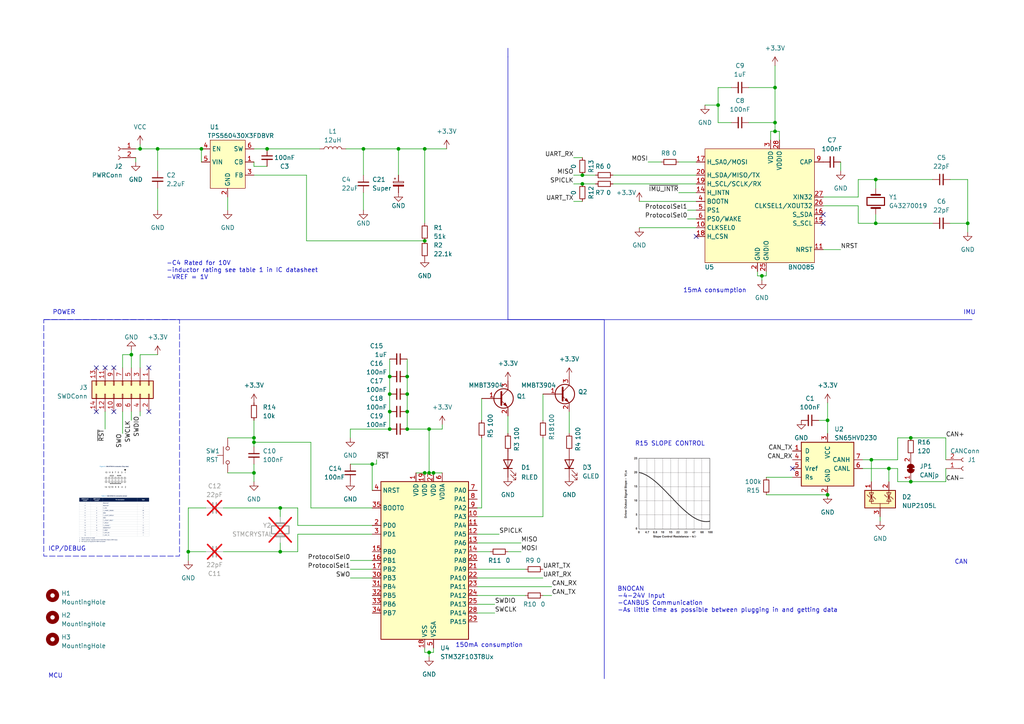
<source format=kicad_sch>
(kicad_sch (version 20230121) (generator eeschema)
  (paper "A4")
  (lib_symbols
    (symbol "Connector:Conn_01x02_Socket" (pin_names (offset 1.016) hide)
      (property "Reference" "J" (at 0 2.54 0))
      (property "Value" "Conn_01x02_Socket" (at 0 -5.08 0))
      (symbol "Conn_01x02_Socket_1_1"
        (arc (start 0 -2.032) (mid -0.5058 -2.54) (end 0 -3.048) (stroke (width 0.1524)))
        (polyline (pts (xy -1.27 -2.54) (xy -0.508 -2.54)) (stroke (width 0.1524)))
        (polyline (pts (xy -1.27 0) (xy -0.508 0)) (stroke (width 0.1524)))
        (arc (start 0 0.508) (mid -0.5058 0) (end 0 -0.508) (stroke (width 0.1524)))
        (pin passive line (at -5.08 0 0) (length 3.81) (name "Pin_1") (number "1"))
        (pin passive line (at -5.08 -2.54 0) (length 3.81) (name "Pin_2") (number "2"))
      )
    )
    (symbol "Connector_Generic:Conn_02x07_Odd_Even" (pin_names (offset 1.016) hide)
      (property "Reference" "J" (at 1.27 10.16 0))
      (property "Value" "Conn_02x07_Odd_Even" (at 1.27 -10.16 0))
      (symbol "Conn_02x07_Odd_Even_1_1"
        (rectangle (start -1.27 -7.493) (end 0 -7.747) (stroke (width 0.1524)))
        (rectangle (start -1.27 -4.953) (end 0 -5.207) (stroke (width 0.1524)))
        (rectangle (start -1.27 -2.413) (end 0 -2.667) (stroke (width 0.1524)))
        (rectangle (start -1.27 0.127) (end 0 -0.127) (stroke (width 0.1524)))
        (rectangle (start -1.27 2.667) (end 0 2.413) (stroke (width 0.1524)))
        (rectangle (start -1.27 5.207) (end 0 4.953) (stroke (width 0.1524)))
        (rectangle (start -1.27 7.747) (end 0 7.493) (stroke (width 0.1524)))
        (rectangle (start -1.27 8.89) (end 3.81 -8.89) (stroke (width 0.254)) (fill (type background)))
        (rectangle (start 3.81 -7.493) (end 2.54 -7.747) (stroke (width 0.1524)))
        (rectangle (start 3.81 -4.953) (end 2.54 -5.207) (stroke (width 0.1524)))
        (rectangle (start 3.81 -2.413) (end 2.54 -2.667) (stroke (width 0.1524)))
        (rectangle (start 3.81 0.127) (end 2.54 -0.127) (stroke (width 0.1524)))
        (rectangle (start 3.81 2.667) (end 2.54 2.413) (stroke (width 0.1524)))
        (rectangle (start 3.81 5.207) (end 2.54 4.953) (stroke (width 0.1524)))
        (rectangle (start 3.81 7.747) (end 2.54 7.493) (stroke (width 0.1524)))
        (pin passive line (at -5.08 7.62 0) (length 3.81) (name "Pin_1") (number "1"))
        (pin passive line (at 7.62 -2.54 180) (length 3.81) (name "Pin_10") (number "10"))
        (pin passive line (at -5.08 -5.08 0) (length 3.81) (name "Pin_11") (number "11"))
        (pin passive line (at 7.62 -5.08 180) (length 3.81) (name "Pin_12") (number "12"))
        (pin passive line (at -5.08 -7.62 0) (length 3.81) (name "Pin_13") (number "13"))
        (pin passive line (at 7.62 -7.62 180) (length 3.81) (name "Pin_14") (number "14"))
        (pin passive line (at 7.62 7.62 180) (length 3.81) (name "Pin_2") (number "2"))
        (pin passive line (at -5.08 5.08 0) (length 3.81) (name "Pin_3") (number "3"))
        (pin passive line (at 7.62 5.08 180) (length 3.81) (name "Pin_4") (number "4"))
        (pin passive line (at -5.08 2.54 0) (length 3.81) (name "Pin_5") (number "5"))
        (pin passive line (at 7.62 2.54 180) (length 3.81) (name "Pin_6") (number "6"))
        (pin passive line (at -5.08 0 0) (length 3.81) (name "Pin_7") (number "7"))
        (pin passive line (at 7.62 0 180) (length 3.81) (name "Pin_8") (number "8"))
        (pin passive line (at -5.08 -2.54 0) (length 3.81) (name "Pin_9") (number "9"))
      )
    )
    (symbol "Device:C_Polarized_Small" (pin_numbers hide) (pin_names (offset 0.254) hide)
      (property "Reference" "C" (at 0.254 1.778 0))
      (property "Value" "C_Polarized_Small" (at 0.254 -2.032 0))
      (symbol "C_Polarized_Small_0_1"
        (rectangle (start -1.524 -0.3048) (end 1.524 -0.6858) (fill (type outline)))
        (rectangle (start -1.524 0.6858) (end 1.524 0.3048))
        (polyline (pts (xy -1.27 1.524) (xy -0.762 1.524)))
        (polyline (pts (xy -1.016 1.27) (xy -1.016 1.778)))
      )
      (symbol "C_Polarized_Small_1_1"
        (pin passive line (at 0 2.54 270) (length 1.8542) (name "~") (number "1"))
        (pin passive line (at 0 -2.54 90) (length 1.8542) (name "~") (number "2"))
      )
    )
    (symbol "Device:C_Small" (pin_numbers hide) (pin_names (offset 0.254) hide)
      (property "Reference" "C" (at 0.254 1.778 0))
      (property "Value" "C_Small" (at 0.254 -2.032 0))
      (symbol "C_Small_0_1"
        (polyline (pts (xy -1.524 -0.508) (xy 1.524 -0.508)) (stroke (width 0.3302)))
        (polyline (pts (xy -1.524 0.508) (xy 1.524 0.508)) (stroke (width 0.3048)))
      )
      (symbol "C_Small_1_1"
        (pin passive line (at 0 2.54 270) (length 2.032) (name "~") (number "1"))
        (pin passive line (at 0 -2.54 90) (length 2.032) (name "~") (number "2"))
      )
    )
    (symbol "Device:Crystal" (pin_numbers hide) (pin_names (offset 1.016) hide)
      (property "Reference" "Y" (at 0 3.81 0))
      (property "Value" "Crystal" (at 0 -3.81 0))
      (symbol "Crystal_0_1"
        (rectangle (start -1.143 2.54) (end 1.143 -2.54) (stroke (width 0.3048)))
        (polyline (pts (xy -2.54 0) (xy -1.905 0)))
        (polyline (pts (xy -1.905 -1.27) (xy -1.905 1.27)) (stroke (width 0.508)))
        (polyline (pts (xy 1.905 -1.27) (xy 1.905 1.27)) (stroke (width 0.508)))
        (polyline (pts (xy 2.54 0) (xy 1.905 0)))
      )
      (symbol "Crystal_1_1"
        (pin passive line (at -3.81 0 0) (length 1.27) (name "1") (number "1"))
        (pin passive line (at 3.81 0 180) (length 1.27) (name "2") (number "2"))
      )
    )
    (symbol "Device:L" (pin_numbers hide) (pin_names (offset 1.016) hide)
      (property "Reference" "L" (at -1.27 0 90))
      (property "Value" "L" (at 1.905 0 90))
      (symbol "L_0_1"
        (arc (start 0 -2.54) (mid 0.6323 -1.905) (end 0 -1.27))
        (arc (start 0 -1.27) (mid 0.6323 -0.635) (end 0 0))
        (arc (start 0 0) (mid 0.6323 0.635) (end 0 1.27))
        (arc (start 0 1.27) (mid 0.6323 1.905) (end 0 2.54))
      )
      (symbol "L_1_1"
        (pin passive line (at 0 3.81 270) (length 1.27) (name "1") (number "1"))
        (pin passive line (at 0 -3.81 90) (length 1.27) (name "2") (number "2"))
      )
    )
    (symbol "Device:LED" (pin_numbers hide) (pin_names (offset 1.016) hide)
      (property "Reference" "D" (at 0 2.54 0))
      (property "Value" "LED" (at 0 -2.54 0))
      (symbol "LED_0_1"
        (polyline (pts (xy -1.27 -1.27) (xy -1.27 1.27)) (stroke (width 0.254)))
        (polyline (pts (xy -1.27 0) (xy 1.27 0)))
        (polyline (pts (xy 1.27 -1.27) (xy 1.27 1.27) (xy -1.27 0) (xy 1.27 -1.27)) (stroke (width 0.254)))
        (polyline (pts (xy -3.048 -0.762) (xy -4.572 -2.286) (xy -3.81 -2.286) (xy -4.572 -2.286) (xy -4.572 -1.524)))
        (polyline (pts (xy -1.778 -0.762) (xy -3.302 -2.286) (xy -2.54 -2.286) (xy -3.302 -2.286) (xy -3.302 -1.524)))
      )
      (symbol "LED_1_1"
        (pin passive line (at -3.81 0 0) (length 2.54) (name "K") (number "1"))
        (pin passive line (at 3.81 0 180) (length 2.54) (name "A") (number "2"))
      )
    )
    (symbol "Device:R_Small" (pin_numbers hide) (pin_names (offset 0.254) hide)
      (property "Reference" "R" (at 0.762 0.508 0))
      (property "Value" "R_Small" (at 0.762 -1.016 0))
      (symbol "R_Small_0_1"
        (rectangle (start -0.762 1.778) (end 0.762 -1.778) (stroke (width 0.2032)))
      )
      (symbol "R_Small_1_1"
        (pin passive line (at 0 2.54 270) (length 0.762) (name "~") (number "1"))
        (pin passive line (at 0 -2.54 90) (length 0.762) (name "~") (number "2"))
      )
    )
    (symbol "Imports:BNO085"
      (property "Reference" "U5" (at -6.35 -34.29 0))
      (property "Value" "BNO085" (at 20.32 -34.29 0))
      (symbol "BNO085_1_1"
        (rectangle (start -7.62 0) (end 24.13 -33.02) (fill (type background)))
        (pin input line (at -10.16 -22.86 0) (length 2.54) (name "CLKSEL0") (number "10"))
        (pin input line (at 26.67 -29.21 180) (length 2.54) (name "NRST") (number "11"))
        (pin input line (at -10.16 -12.7 0) (length 2.54) (name "H_INTN") (number "14"))
        (pin input line (at 26.67 -21.59 180) (length 2.54) (name "S_SCL") (number "15"))
        (pin input line (at 26.67 -19.05 180) (length 2.54) (name "S_SDA") (number "16"))
        (pin input line (at -10.16 -3.81 0) (length 2.54) (name "H_SA0/MOSI") (number "17"))
        (pin input line (at -10.16 -25.4 0) (length 2.54) (name "H_CSN") (number "18"))
        (pin input line (at -10.16 -10.16 0) (length 2.54) (name "H_SCL/SCLK/RX") (number "19"))
        (pin input line (at 7.62 -35.56 90) (length 2.54) (name "GND") (number "2"))
        (pin input line (at -10.16 -7.62 0) (length 2.54) (name "H_SDA/MISO/TX") (number "20"))
        (pin input line (at 10.16 -35.56 90) (length 2.54) (name "GNDIO") (number "25"))
        (pin input line (at 26.67 -16.51 180) (length 2.54) (name "CLKSEL1/XOUT32") (number "26"))
        (pin input line (at 26.67 -13.97 180) (length 2.54) (name "XIN32") (number "27"))
        (pin input line (at 13.97 2.54 270) (length 2.54) (name "VDDIO") (number "28"))
        (pin input line (at 11.43 2.54 270) (length 2.54) (name "VDD") (number "3"))
        (pin input line (at -10.16 -15.24 0) (length 2.54) (name "BOOTN") (number "4"))
        (pin input line (at -10.16 -17.78 0) (length 2.54) (name "PS1") (number "5"))
        (pin input line (at -10.16 -20.32 0) (length 2.54) (name "PS0/WAKE") (number "6"))
        (pin input line (at 26.67 -3.81 180) (length 2.54) (name "CAP") (number "9"))
      )
    )
    (symbol "Imports:TPS560430X3FDBVR"
      (property "Reference" "U" (at -3.81 5.08 0))
      (symbol "TPS560430X3FDBVR_1_1"
        (rectangle (start -5.08 3.81) (end 5.08 -10.16) (fill (type background)))
        (pin input line (at 7.62 -2.54 180) (length 2.54) (name "CB") (number "1"))
        (pin input line (at 0 -12.7 90) (length 2.54) (name "GND") (number "2"))
        (pin input line (at 7.62 -6.35 180) (length 2.54) (name "FB") (number "3"))
        (pin input line (at -7.62 1.27 0) (length 2.54) (name "EN") (number "4"))
        (pin input line (at -7.62 -2.54 0) (length 2.54) (name "VIN") (number "5"))
        (pin input line (at 7.62 1.27 180) (length 2.54) (name "SW") (number "6"))
      )
    )
    (symbol "Interface_CAN_LIN:SN65HVD230" (pin_names (offset 1.016))
      (property "Reference" "U" (at -2.54 10.16 0))
      (property "Value" "SN65HVD230" (at -2.54 7.62 0))
      (symbol "SN65HVD230_0_1"
        (rectangle (start -7.62 5.08) (end 7.62 -7.62) (stroke (width 0.254)) (fill (type background)))
      )
      (symbol "SN65HVD230_1_1"
        (pin input line (at -10.16 2.54 0) (length 2.54) (name "D") (number "1"))
        (pin power_in line (at 0 -10.16 90) (length 2.54) (name "GND") (number "2"))
        (pin power_in line (at 0 7.62 270) (length 2.54) (name "VCC") (number "3"))
        (pin output line (at -10.16 0 0) (length 2.54) (name "R") (number "4"))
        (pin output line (at -10.16 -2.54 0) (length 2.54) (name "Vref") (number "5"))
        (pin bidirectional line (at 10.16 -2.54 180) (length 2.54) (name "CANL") (number "6"))
        (pin bidirectional line (at 10.16 0 180) (length 2.54) (name "CANH") (number "7"))
        (pin input line (at -10.16 -5.08 0) (length 2.54) (name "Rs") (number "8"))
      )
    )
    (symbol "Jumper:SolderJumper_2_Bridged" (pin_names (offset 0) hide)
      (property "Reference" "JP" (at 0 2.032 0))
      (property "Value" "SolderJumper_2_Bridged" (at 0 -2.54 0))
      (symbol "SolderJumper_2_Bridged_0_1"
        (rectangle (start -0.508 0.508) (end 0.508 -0.508) (fill (type outline)))
        (arc (start -0.254 1.016) (mid -1.2656 0) (end -0.254 -1.016))
        (arc (start -0.254 1.016) (mid -1.2656 0) (end -0.254 -1.016) (fill (type outline)))
        (polyline (pts (xy -0.254 1.016) (xy -0.254 -1.016)))
        (polyline (pts (xy 0.254 1.016) (xy 0.254 -1.016)))
        (arc (start 0.254 -1.016) (mid 1.2656 0) (end 0.254 1.016))
        (arc (start 0.254 -1.016) (mid 1.2656 0) (end 0.254 1.016) (fill (type outline)))
      )
      (symbol "SolderJumper_2_Bridged_1_1"
        (pin passive line (at -3.81 0 0) (length 2.54) (name "A") (number "1"))
        (pin passive line (at 3.81 0 180) (length 2.54) (name "B") (number "2"))
      )
    )
    (symbol "MCU_ST_STM32F1:STM32F103T8Ux"
      (property "Reference" "U" (at -12.7 24.13 0))
      (property "Value" "STM32F103T8Ux" (at 7.62 24.13 0))
      (symbol "STM32F103T8Ux_0_1"
        (rectangle (start -12.7 -22.86) (end 12.7 22.86) (stroke (width 0.254)) (fill (type background)))
      )
      (symbol "STM32F103T8Ux_1_1"
        (pin power_in line (at -2.54 25.4 270) (length 2.54) (name "VDD") (number "1"))
        (pin bidirectional line (at 15.24 12.7 180) (length 2.54) (name "PA3") (number "10"))
        (pin bidirectional line (at 15.24 10.16 180) (length 2.54) (name "PA4") (number "11"))
        (pin bidirectional line (at 15.24 7.62 180) (length 2.54) (name "PA5") (number "12"))
        (pin bidirectional line (at 15.24 5.08 180) (length 2.54) (name "PA6") (number "13"))
        (pin bidirectional line (at 15.24 2.54 180) (length 2.54) (name "PA7") (number "14"))
        (pin bidirectional line (at -15.24 2.54 0) (length 2.54) (name "PB0") (number "15"))
        (pin bidirectional line (at -15.24 0 0) (length 2.54) (name "PB1") (number "16"))
        (pin bidirectional line (at -15.24 -2.54 0) (length 2.54) (name "PB2") (number "17"))
        (pin power_in line (at 0 -25.4 90) (length 2.54) (name "VSS") (number "18"))
        (pin power_in line (at 0 25.4 270) (length 2.54) (name "VDD") (number "19"))
        (pin bidirectional line (at -15.24 10.16 0) (length 2.54) (name "PD0") (number "2"))
        (pin bidirectional line (at 15.24 0 180) (length 2.54) (name "PA8") (number "20"))
        (pin bidirectional line (at 15.24 -2.54 180) (length 2.54) (name "PA9") (number "21"))
        (pin bidirectional line (at 15.24 -5.08 180) (length 2.54) (name "PA10") (number "22"))
        (pin bidirectional line (at 15.24 -7.62 180) (length 2.54) (name "PA11") (number "23"))
        (pin bidirectional line (at 15.24 -10.16 180) (length 2.54) (name "PA12") (number "24"))
        (pin bidirectional line (at 15.24 -12.7 180) (length 2.54) (name "PA13") (number "25"))
        (pin passive line (at 0 -25.4 90) (length 2.54) hide (name "VSS") (number "26"))
        (pin power_in line (at 2.54 25.4 270) (length 2.54) (name "VDD") (number "27"))
        (pin bidirectional line (at 15.24 -15.24 180) (length 2.54) (name "PA14") (number "28"))
        (pin bidirectional line (at 15.24 -17.78 180) (length 2.54) (name "PA15") (number "29"))
        (pin bidirectional line (at -15.24 7.62 0) (length 2.54) (name "PD1") (number "3"))
        (pin bidirectional line (at -15.24 -5.08 0) (length 2.54) (name "PB3") (number "30"))
        (pin bidirectional line (at -15.24 -7.62 0) (length 2.54) (name "PB4") (number "31"))
        (pin bidirectional line (at -15.24 -10.16 0) (length 2.54) (name "PB5") (number "32"))
        (pin bidirectional line (at -15.24 -12.7 0) (length 2.54) (name "PB6") (number "33"))
        (pin bidirectional line (at -15.24 -15.24 0) (length 2.54) (name "PB7") (number "34"))
        (pin input line (at -15.24 15.24 0) (length 2.54) (name "BOOT0") (number "35"))
        (pin passive line (at 0 -25.4 90) (length 2.54) hide (name "VSS") (number "36"))
        (pin passive line (at 0 -25.4 90) (length 2.54) hide (name "VSS") (number "37"))
        (pin input line (at -15.24 20.32 0) (length 2.54) (name "NRST") (number "4"))
        (pin power_in line (at 2.54 -25.4 90) (length 2.54) (name "VSSA") (number "5"))
        (pin power_in line (at 5.08 25.4 270) (length 2.54) (name "VDDA") (number "6"))
        (pin bidirectional line (at 15.24 20.32 180) (length 2.54) (name "PA0") (number "7"))
        (pin bidirectional line (at 15.24 17.78 180) (length 2.54) (name "PA1") (number "8"))
        (pin bidirectional line (at 15.24 15.24 180) (length 2.54) (name "PA2") (number "9"))
      )
    )
    (symbol "Mechanical:MountingHole" (pin_names (offset 1.016))
      (property "Reference" "H" (at 0 5.08 0))
      (property "Value" "MountingHole" (at 0 3.175 0))
      (symbol "MountingHole_0_1"
        (circle (center 0 0) (radius 1.27) (stroke (width 1.27)))
      )
    )
    (symbol "Power_Protection:NUP2105L" (pin_names hide)
      (property "Reference" "D" (at 5.715 2.54 0))
      (property "Value" "NUP2105L" (at 5.715 0.635 0))
      (symbol "NUP2105L_0_0"
        (pin passive line (at 0 -5.08 90) (length 2.54) (name "A") (number "3"))
      )
      (symbol "NUP2105L_0_1"
        (rectangle (start -4.445 2.54) (end 4.445 -2.54) (stroke (width 0.254)) (fill (type background)))
        (polyline (pts (xy -2.54 2.54) (xy -2.54 0.635)))
        (polyline (pts (xy 0 -1.27) (xy 0 -2.54)))
        (polyline (pts (xy 2.54 2.54) (xy 2.54 0.635)))
        (polyline (pts (xy -3.81 1.27) (xy -3.175 0.635) (xy -1.905 0.635) (xy -1.27 0)))
        (polyline (pts (xy -2.54 0.635) (xy -2.54 -1.27) (xy 2.54 -1.27) (xy 2.54 0.635)))
        (polyline (pts (xy -2.54 0.635) (xy -1.905 -0.635) (xy -3.175 -0.635) (xy -2.54 0.635)))
        (polyline (pts (xy 2.54 0.635) (xy 1.905 -0.635) (xy 3.175 -0.635) (xy 2.54 0.635)))
        (polyline (pts (xy 2.54 0.635) (xy 3.175 1.905) (xy 1.905 1.905) (xy 2.54 0.635)))
        (polyline (pts (xy -2.54 0.635) (xy -3.175 1.905) (xy -1.905 1.905) (xy -2.54 0.635) (xy -2.54 1.27)))
        (polyline (pts (xy 1.27 1.27) (xy 1.905 0.635) (xy 2.54 0.635) (xy 3.175 0.635) (xy 3.81 0)))
      )
      (symbol "NUP2105L_1_1"
        (pin passive line (at -2.54 5.08 270) (length 2.54) (name "K") (number "1"))
        (pin passive line (at 2.54 5.08 270) (length 2.54) (name "K") (number "2"))
      )
    )
    (symbol "Switch:SW_Push" (pin_numbers hide) (pin_names (offset 1.016) hide)
      (property "Reference" "SW" (at 1.27 2.54 0))
      (property "Value" "SW_Push" (at 0 -1.524 0))
      (symbol "SW_Push_0_1"
        (circle (center -2.032 0) (radius 0.508))
        (polyline (pts (xy 0 1.27) (xy 0 3.048)))
        (polyline (pts (xy 2.54 1.27) (xy -2.54 1.27)))
        (circle (center 2.032 0) (radius 0.508))
        (pin passive line (at -5.08 0 0) (length 2.54) (name "1") (number "1"))
        (pin passive line (at 5.08 0 180) (length 2.54) (name "2") (number "2"))
      )
    )
    (symbol "Transistor_BJT:MMBT3904" (pin_names (offset 0) hide)
      (property "Reference" "Q" (at 5.08 1.905 0))
      (property "Value" "MMBT3904" (at 5.08 0 0))
      (symbol "MMBT3904_0_1"
        (polyline (pts (xy 0.635 0.635) (xy 2.54 2.54)))
        (polyline (pts (xy 0.635 -0.635) (xy 2.54 -2.54) (xy 2.54 -2.54)))
        (polyline (pts (xy 0.635 1.905) (xy 0.635 -1.905) (xy 0.635 -1.905)) (stroke (width 0.508)))
        (polyline (pts (xy 1.27 -1.778) (xy 1.778 -1.27) (xy 2.286 -2.286) (xy 1.27 -1.778) (xy 1.27 -1.778)) (fill (type outline)))
        (circle (center 1.27 0) (radius 2.8194) (stroke (width 0.254)))
      )
      (symbol "MMBT3904_1_1"
        (pin input line (at -5.08 0 0) (length 5.715) (name "B") (number "1"))
        (pin passive line (at 2.54 -5.08 90) (length 2.54) (name "E") (number "2"))
        (pin passive line (at 2.54 5.08 270) (length 2.54) (name "C") (number "3"))
      )
    )
    (symbol "power:+3.3V" (power) (pin_names (offset 0))
      (property "Value" "+3.3V" (at 0 3.556 0))
      (symbol "+3.3V_0_1"
        (polyline (pts (xy -0.762 1.27) (xy 0 2.54)))
        (polyline (pts (xy 0 0) (xy 0 2.54)))
        (polyline (pts (xy 0 2.54) (xy 0.762 1.27)))
      )
      (symbol "+3.3V_1_1"
        (pin power_in line (at 0 0 90) (length 0) hide (name "+3.3V") (number "1"))
      )
    )
    (symbol "power:GND" (power) (pin_names (offset 0))
      (property "Value" "GND" (at 0 -3.81 0))
      (symbol "GND_0_1"
        (polyline (pts (xy 0 0) (xy 0 -1.27) (xy 1.27 -1.27) (xy 0 -2.54) (xy -1.27 -1.27) (xy 0 -1.27)))
      )
      (symbol "GND_1_1"
        (pin power_in line (at 0 0 270) (length 0) hide (name "GND") (number "1"))
      )
    )
    (symbol "power:VCC" (power) (pin_names (offset 0))
      (property "Value" "VCC" (at 0 3.81 0))
      (symbol "VCC_0_1"
        (polyline (pts (xy -0.762 1.27) (xy 0 2.54)))
        (polyline (pts (xy 0 0) (xy 0 2.54)))
        (polyline (pts (xy 0 2.54) (xy 0.762 1.27)))
      )
      (symbol "VCC_1_1"
        (pin power_in line (at 0 0 90) (length 0) hide (name "VCC") (number "1"))
      )
    )
  )
  (junction (at 208.28 30.48))
  (junction (at 113.03 119.38))
  (junction (at 123.19 137.16))
  (junction (at 38.1 102.87))
  (junction (at 105.41 43.18))
  (junction (at 224.79 35.56))
  (junction (at 58.42 43.18))
  (junction (at 107.95 134.62))
  (junction (at 125.73 137.16))
  (junction (at 40.64 43.18))
  (junction (at 124.46 189.23))
  (junction (at 113.03 124.46))
  (junction (at 118.11 114.3))
  (junction (at 240.03 121.92))
  (junction (at 73.66 127))
  (junction (at 124.46 124.46))
  (junction (at 264.16 139.7))
  (junction (at 252.73 133.35))
  (junction (at 280.67 64.77))
  (junction (at 115.57 43.18))
  (junction (at 54.61 160.02))
  (junction (at 77.47 43.18))
  (junction (at 81.28 147.32))
  (junction (at 113.03 109.22))
  (junction (at 123.19 43.18))
  (junction (at 81.28 160.02))
  (junction (at 168.91 53.34))
  (junction (at 113.03 114.3))
  (junction (at 220.98 80.01))
  (junction (at 264.16 127))
  (junction (at 123.19 69.85))
  (junction (at 118.11 119.38))
  (junction (at 118.11 124.46))
  (junction (at 73.66 128.27))
  (junction (at 45.72 43.18))
  (junction (at 224.79 25.4))
  (junction (at 124.46 137.16))
  (junction (at 224.79 38.1))
  (junction (at 257.81 135.89))
  (junction (at 73.66 137.16))
  (junction (at 254 64.77))
  (junction (at 254 52.07))
  (junction (at 168.91 50.8))
  (junction (at 240.03 143.51))
  (junction (at 118.11 109.22))
  (no_connect (at 27.94 119.38))
  (no_connect (at 27.94 106.68))
  (no_connect (at 33.02 119.38))
  (no_connect (at 238.76 62.23))
  (no_connect (at 43.18 119.38))
  (no_connect (at 33.02 106.68))
  (no_connect (at 229.87 135.89))
  (no_connect (at 238.76 64.77))
  (no_connect (at 43.18 106.68))
  (no_connect (at 201.93 68.58))
  (no_connect (at 30.48 106.68))
  (wire (pts (xy 264.16 127) (xy 274.32 127)))
  (polyline (pts (xy 147.32 92.71) (xy 281.94 92.71)))
  (wire (pts (xy 101.6 167.64) (xy 107.95 167.64)))
  (wire (pts (xy 250.19 135.89) (xy 257.81 135.89)))
  (wire (pts (xy 105.41 50.8) (xy 105.41 43.18)))
  (wire (pts (xy 129.54 43.18) (xy 123.19 43.18)))
  (wire (pts (xy 222.25 143.51) (xy 240.03 143.51)))
  (wire (pts (xy 54.61 160.02) (xy 59.69 160.02)))
  (wire (pts (xy 222.25 138.43) (xy 229.87 138.43)))
  (wire (pts (xy 107.95 134.62) (xy 107.95 142.24)))
  (wire (pts (xy 66.04 60.96) (xy 66.04 57.15)))
  (wire (pts (xy 113.03 104.14) (xy 113.03 109.22)))
  (wire (pts (xy 143.51 177.8) (xy 138.43 177.8)))
  (wire (pts (xy 157.48 121.92) (xy 157.48 114.3)))
  (wire (pts (xy 113.03 109.22) (xy 113.03 114.3)))
  (wire (pts (xy 151.13 160.02) (xy 147.32 160.02)))
  (wire (pts (xy 260.35 139.7) (xy 264.16 139.7)))
  (wire (pts (xy 123.19 137.16) (xy 120.65 137.16)))
  (wire (pts (xy 248.92 64.77) (xy 248.92 59.69)))
  (wire (pts (xy 219.71 80.01) (xy 219.71 78.74)))
  (wire (pts (xy 109.22 134.62) (xy 107.95 134.62)))
  (wire (pts (xy 35.56 102.87) (xy 38.1 102.87)))
  (wire (pts (xy 118.11 104.14) (xy 118.11 109.22)))
  (wire (pts (xy 45.72 49.53) (xy 45.72 43.18)))
  (wire (pts (xy 255.27 149.86) (xy 255.27 151.13)))
  (wire (pts (xy 45.72 60.96) (xy 45.72 54.61)))
  (wire (pts (xy 226.06 38.1) (xy 226.06 40.64)))
  (wire (pts (xy 128.27 124.46) (xy 124.46 124.46)))
  (wire (pts (xy 177.8 53.34) (xy 201.93 53.34)))
  (wire (pts (xy 66.04 127) (xy 73.66 127)))
  (wire (pts (xy 118.11 109.22) (xy 118.11 114.3)))
  (wire (pts (xy 237.49 121.92) (xy 240.03 121.92)))
  (wire (pts (xy 30.48 124.46) (xy 30.48 119.38)))
  (wire (pts (xy 124.46 137.16) (xy 125.73 137.16)))
  (wire (pts (xy 81.28 160.02) (xy 64.77 160.02)))
  (wire (pts (xy 101.6 165.1) (xy 107.95 165.1)))
  (wire (pts (xy 254 54.61) (xy 254 52.07)))
  (wire (pts (xy 208.28 25.4) (xy 208.28 30.48)))
  (wire (pts (xy 113.03 114.3) (xy 113.03 119.38)))
  (wire (pts (xy 252.73 133.35) (xy 250.19 133.35)))
  (wire (pts (xy 86.36 147.32) (xy 81.28 147.32)))
  (wire (pts (xy 123.19 137.16) (xy 124.46 137.16)))
  (wire (pts (xy 81.28 149.86) (xy 81.28 147.32)))
  (wire (pts (xy 59.69 147.32) (xy 54.61 147.32)))
  (wire (pts (xy 222.25 80.01) (xy 222.25 78.74)))
  (wire (pts (xy 166.37 45.72) (xy 168.91 45.72)))
  (wire (pts (xy 260.35 127) (xy 260.35 133.35)))
  (wire (pts (xy 260.35 135.89) (xy 260.35 139.7)))
  (wire (pts (xy 243.84 49.53) (xy 243.84 46.99)))
  (wire (pts (xy 280.67 52.07) (xy 280.67 64.77)))
  (wire (pts (xy 224.79 38.1) (xy 226.06 38.1)))
  (wire (pts (xy 138.43 147.32) (xy 139.7 147.32)))
  (wire (pts (xy 39.37 46.99) (xy 39.37 45.72)))
  (polyline (pts (xy 12.7 92.71) (xy 175.26 92.71)))
  (wire (pts (xy 264.16 139.7) (xy 274.32 139.7)))
  (wire (pts (xy 139.7 127) (xy 139.7 147.32)))
  (wire (pts (xy 40.64 120.65) (xy 40.64 119.38)))
  (wire (pts (xy 160.02 172.72) (xy 157.48 172.72)))
  (wire (pts (xy 118.11 124.46) (xy 124.46 124.46)))
  (wire (pts (xy 54.61 162.56) (xy 54.61 160.02)))
  (wire (pts (xy 248.92 64.77) (xy 254 64.77)))
  (wire (pts (xy 73.66 121.92) (xy 73.66 127)))
  (wire (pts (xy 77.47 43.18) (xy 92.71 43.18)))
  (wire (pts (xy 38.1 121.92) (xy 38.1 119.38)))
  (wire (pts (xy 138.43 160.02) (xy 142.24 160.02)))
  (wire (pts (xy 254 62.23) (xy 254 64.77)))
  (polyline (pts (xy 175.26 92.71) (xy 175.26 196.85)))
  (wire (pts (xy 123.19 43.18) (xy 115.57 43.18)))
  (polyline (pts (xy 147.32 92.71) (xy 147.32 16.51)))
  (wire (pts (xy 118.11 114.3) (xy 118.11 119.38)))
  (wire (pts (xy 187.96 46.99) (xy 191.77 46.99)))
  (wire (pts (xy 73.66 43.18) (xy 77.47 43.18)))
  (wire (pts (xy 73.66 139.7) (xy 73.66 137.16)))
  (wire (pts (xy 105.41 60.96) (xy 105.41 55.88)))
  (wire (pts (xy 254 52.07) (xy 270.51 52.07)))
  (wire (pts (xy 124.46 124.46) (xy 124.46 137.16)))
  (wire (pts (xy 208.28 30.48) (xy 208.28 35.56)))
  (wire (pts (xy 168.91 53.34) (xy 172.72 53.34)))
  (wire (pts (xy 157.48 127) (xy 157.48 149.86)))
  (wire (pts (xy 45.72 102.87) (xy 40.64 102.87)))
  (wire (pts (xy 35.56 125.73) (xy 35.56 119.38)))
  (wire (pts (xy 196.85 55.88) (xy 201.93 55.88)))
  (wire (pts (xy 54.61 160.02) (xy 54.61 147.32)))
  (wire (pts (xy 86.36 147.32) (xy 86.36 152.4)))
  (wire (pts (xy 66.04 137.16) (xy 73.66 137.16)))
  (wire (pts (xy 274.32 135.89) (xy 274.32 139.7)))
  (wire (pts (xy 138.43 149.86) (xy 157.48 149.86)))
  (wire (pts (xy 35.56 102.87) (xy 35.56 106.68)))
  (wire (pts (xy 90.17 147.32) (xy 107.95 147.32)))
  (wire (pts (xy 274.32 127) (xy 274.32 133.35)))
  (wire (pts (xy 101.6 124.46) (xy 101.6 127)))
  (wire (pts (xy 254 64.77) (xy 270.51 64.77)))
  (polyline (pts (xy 147.32 16.51) (xy 147.32 13.97)))
  (wire (pts (xy 208.28 35.56) (xy 212.09 35.56)))
  (wire (pts (xy 124.46 190.5) (xy 124.46 189.23)))
  (wire (pts (xy 118.11 119.38) (xy 118.11 124.46)))
  (wire (pts (xy 248.92 52.07) (xy 248.92 57.15)))
  (wire (pts (xy 264.16 127) (xy 260.35 127)))
  (wire (pts (xy 185.42 66.04) (xy 201.93 66.04)))
  (wire (pts (xy 86.36 152.4) (xy 107.95 152.4)))
  (wire (pts (xy 138.43 157.48) (xy 151.13 157.48)))
  (wire (pts (xy 257.81 135.89) (xy 260.35 135.89)))
  (wire (pts (xy 223.52 40.64) (xy 223.52 38.1)))
  (wire (pts (xy 238.76 57.15) (xy 248.92 57.15)))
  (wire (pts (xy 73.66 134.62) (xy 73.66 137.16)))
  (wire (pts (xy 40.64 102.87) (xy 40.64 106.68)))
  (wire (pts (xy 86.36 160.02) (xy 86.36 154.94)))
  (wire (pts (xy 73.66 46.99) (xy 73.66 48.26)))
  (wire (pts (xy 252.73 133.35) (xy 252.73 139.7)))
  (wire (pts (xy 157.48 167.64) (xy 138.43 167.64)))
  (wire (pts (xy 81.28 147.32) (xy 64.77 147.32)))
  (wire (pts (xy 243.84 72.39) (xy 238.76 72.39)))
  (wire (pts (xy 40.64 43.18) (xy 39.37 43.18)))
  (wire (pts (xy 168.91 50.8) (xy 172.72 50.8)))
  (wire (pts (xy 45.72 43.18) (xy 58.42 43.18)))
  (wire (pts (xy 73.66 128.27) (xy 73.66 127)))
  (wire (pts (xy 123.19 189.23) (xy 123.19 187.96)))
  (wire (pts (xy 115.57 43.18) (xy 115.57 50.8)))
  (wire (pts (xy 208.28 25.4) (xy 212.09 25.4)))
  (wire (pts (xy 115.57 43.18) (xy 105.41 43.18)))
  (wire (pts (xy 107.95 134.62) (xy 101.6 134.62)))
  (wire (pts (xy 220.98 80.01) (xy 222.25 80.01)))
  (wire (pts (xy 166.37 58.42) (xy 168.91 58.42)))
  (wire (pts (xy 177.8 50.8) (xy 201.93 50.8)))
  (wire (pts (xy 199.39 60.96) (xy 201.93 60.96)))
  (wire (pts (xy 139.7 121.92) (xy 139.7 115.57)))
  (wire (pts (xy 109.22 133.35) (xy 109.22 134.62)))
  (wire (pts (xy 217.17 35.56) (xy 224.79 35.56)))
  (wire (pts (xy 257.81 135.89) (xy 257.81 139.7)))
  (wire (pts (xy 105.41 43.18) (xy 100.33 43.18)))
  (wire (pts (xy 38.1 102.87) (xy 38.1 106.68)))
  (wire (pts (xy 166.37 53.34) (xy 168.91 53.34)))
  (wire (pts (xy 196.85 46.99) (xy 201.93 46.99)))
  (wire (pts (xy 113.03 119.38) (xy 113.03 124.46)))
  (wire (pts (xy 240.03 116.84) (xy 240.03 121.92)))
  (wire (pts (xy 280.67 67.31) (xy 280.67 64.77)))
  (wire (pts (xy 223.52 38.1) (xy 224.79 38.1)))
  (wire (pts (xy 152.4 172.72) (xy 138.43 172.72)))
  (wire (pts (xy 88.9 50.8) (xy 88.9 69.85)))
  (wire (pts (xy 73.66 128.27) (xy 90.17 128.27)))
  (wire (pts (xy 128.27 137.16) (xy 125.73 137.16)))
  (wire (pts (xy 125.73 189.23) (xy 125.73 187.96)))
  (wire (pts (xy 147.32 120.65) (xy 147.32 125.73)))
  (wire (pts (xy 40.64 41.91) (xy 40.64 43.18)))
  (wire (pts (xy 166.37 50.8) (xy 168.91 50.8)))
  (wire (pts (xy 88.9 69.85) (xy 123.19 69.85)))
  (wire (pts (xy 160.02 170.18) (xy 138.43 170.18)))
  (wire (pts (xy 248.92 52.07) (xy 254 52.07)))
  (wire (pts (xy 86.36 160.02) (xy 81.28 160.02)))
  (wire (pts (xy 224.79 25.4) (xy 224.79 35.56)))
  (wire (pts (xy 238.76 59.69) (xy 248.92 59.69)))
  (wire (pts (xy 73.66 129.54) (xy 73.66 128.27)))
  (wire (pts (xy 128.27 123.19) (xy 128.27 124.46)))
  (wire (pts (xy 165.1 119.38) (xy 165.1 125.73)))
  (wire (pts (xy 40.64 43.18) (xy 45.72 43.18)))
  (wire (pts (xy 58.42 43.18) (xy 58.42 46.99)))
  (wire (pts (xy 220.98 80.01) (xy 219.71 80.01)))
  (wire (pts (xy 123.19 43.18) (xy 123.19 64.77)))
  (wire (pts (xy 224.79 35.56) (xy 224.79 38.1)))
  (wire (pts (xy 185.42 58.42) (xy 201.93 58.42)))
  (wire (pts (xy 124.46 189.23) (xy 125.73 189.23)))
  (wire (pts (xy 240.03 121.92) (xy 240.03 125.73)))
  (wire (pts (xy 224.79 19.05) (xy 224.79 25.4)))
  (wire (pts (xy 217.17 25.4) (xy 224.79 25.4)))
  (wire (pts (xy 152.4 165.1) (xy 138.43 165.1)))
  (wire (pts (xy 81.28 157.48) (xy 81.28 160.02)))
  (wire (pts (xy 280.67 52.07) (xy 275.59 52.07)))
  (wire (pts (xy 220.98 81.28) (xy 220.98 80.01)))
  (wire (pts (xy 73.66 48.26) (xy 77.47 48.26)))
  (wire (pts (xy 275.59 64.77) (xy 280.67 64.77)))
  (wire (pts (xy 38.1 101.6) (xy 38.1 102.87)))
  (wire (pts (xy 138.43 154.94) (xy 144.78 154.94)))
  (wire (pts (xy 143.51 175.26) (xy 138.43 175.26)))
  (wire (pts (xy 101.6 162.56) (xy 107.95 162.56)))
  (wire (pts (xy 199.39 63.5) (xy 201.93 63.5)))
  (wire (pts (xy 113.03 124.46) (xy 101.6 124.46)))
  (wire (pts (xy 260.35 133.35) (xy 252.73 133.35)))
  (wire (pts (xy 86.36 154.94) (xy 107.95 154.94)))
  (wire (pts (xy 204.47 30.48) (xy 208.28 30.48)))
  (wire (pts (xy 73.66 50.8) (xy 88.9 50.8)))
  (wire (pts (xy 90.17 128.27) (xy 90.17 147.32)))
  (wire (pts (xy 124.46 189.23) (xy 123.19 189.23)))
  (rectangle (start 12.7 92.71) (end 52.07 161.29) (stroke (width 0) (type dash)))
  (image (at 194.31 143.51) (scale 0.47836))
  (image (at 33.02 146.05) (scale 0.227243))
  (text "R15 SLOPE CONTROL " (at 184.15 129.54 0) (effects (font (size 1.27 1.27)) (justify left bottom)))
  (text "ICP/DEBUG\n" (at 13.97 160.02 0) (effects (font (size 1.27 1.27)) (justify left bottom)))
  (text "BNOCAN\n-4-24V Input\n-CANBUS Communication\n-As little time as possible between plugging in and getting data\n" (at 179.07 177.8 0) (effects (font (size 1.27 1.27)) (justify left bottom)))
  (text "15mA consumption" (at 198.12 85.09 0) (effects (font (size 1.27 1.27)) (justify left bottom)))
  (text "MCU" (at 13.97 196.85 0) (effects (font (size 1.27 1.27)) (justify left bottom)))
  (text "IMU" (at 279.4 91.44 0) (effects (font (size 1.27 1.27)) (justify left bottom)))
  (text "-C4 Rated for 10V\n-inductor rating see table 1 in IC datasheet\n-VREF = 1V\n" (at 48.26 81.28 0) (effects (font (size 1.27 1.27)) (justify left bottom)))
  (text "CAN" (at 276.86 163.83 0) (effects (font (size 1.27 1.27)) (justify left bottom)))
  (text "POWER" (at 15.24 91.44 0) (effects (font (size 1.27 1.27)) (justify left bottom)))
  (text "150mA consumption\n" (at 132.08 187.96 0) (effects (font (size 1.27 1.27)) (justify left bottom)))
  (label "CAN_RX" (at 229.87 133.35 180))
  (label "MOSI" (at 151.13 160.02 0))
  (label "SPICLK" (at 166.37 53.34 180))
  (label "~{RST}" (at 30.48 124.46 270))
  (label "UART_TX" (at 166.37 58.42 180))
  (label "UART_RX" (at 157.48 167.64 0))
  (label "SWO" (at 35.56 125.73 270))
  (label "MISO" (at 151.13 157.48 0))
  (label "ProtocolSel1" (at 199.39 60.96 180))
  (label "CAN_TX" (at 160.02 172.72 0))
  (label "SPICLK" (at 144.78 154.94 0))
  (label "~{IMU_INTR}" (at 196.85 55.88 180))
  (label "SWCLK" (at 38.1 121.92 270))
  (label "ProtocolSel1" (at 101.6 165.1 180))
  (label "CAN-" (at 274.32 139.7 0))
  (label "SWDIO" (at 40.64 120.65 270))
  (label "ProtocolSel0" (at 199.39 63.5 180))
  (label "MISO" (at 166.37 50.8 180))
  (label "SWDIO" (at 143.51 175.26 0))
  (label "SWCLK" (at 143.51 177.8 0))
  (label "MOSI" (at 187.96 46.99 180))
  (label "~{RST}" (at 109.22 133.35 0))
  (label "SWO" (at 101.6 167.64 180))
  (label "UART_RX" (at 166.37 45.72 180))
  (label "CAN+" (at 274.32 127 0))
  (label "CAN_RX" (at 160.02 170.18 0))
  (label "ProtocolSel0" (at 101.6 162.56 180))
  (label "UART_TX" (at 157.48 165.1 0))
  (label "CAN_TX" (at 229.87 130.81 180))
  (label "NRST" (at 243.84 72.39 0))
  (symbol (lib_id "MCU_ST_STM32F1:STM32F103T8Ux") (at 123.19 162.56 0) (unit 1)
    (property "Reference" "U4" (at 127.6859 187.96 0) (effects (justify left)))
    (property "Value" "STM32F103T8Ux" (at 127.6859 190.5 0) (effects (justify left)))
    (property "Footprint" "Package_DFN_QFN:QFN-36-1EP_6x6mm_P0.5mm_EP4.1x4.1mm" (effects hide))
    (property "Datasheet" "https://www.st.com/resource/en/datasheet/stm32f103t8.pdf" (effects hide))
  )
  (symbol (lib_id "Device:R_Small") (at 264.16 129.54 0) (unit 1)
    (property "Reference" "R16" (at 267.97 128.27 0))
    (property "Value" "120" (at 267.97 130.81 0))
    (property "Footprint" "Resistor_SMD:R_0805_2012Metric_Pad1.20x1.40mm_HandSolder" (effects hide))
  )
  (symbol (lib_id "Device:R_Small") (at 154.94 165.1 90) (unit 1)
    (property "Reference" "R9" (at 153.67 162.56 90))
    (property "Value" "0" (at 156.21 162.56 90))
    (property "Footprint" "Resistor_SMD:R_0402_1005Metric" (effects hide))
  )
  (symbol (lib_id "Device:C_Small") (at 45.72 52.07 0) (unit 1)
    (property "Reference" "C2" (at 48.26 50.8063 0) (effects (justify left)))
    (property "Value" "2.2uF" (at 48.26 53.3463 0) (effects (justify left)))
    (property "Footprint" "Capacitor_SMD:C_0603_1608Metric" (effects hide))
  )
  (symbol (lib_id "Device:R_Small") (at 123.19 72.39 0) (unit 1)
    (property "Reference" "R2" (at 125.73 71.12 0) (effects (justify left)))
    (property "Value" "22.1k" (at 125.73 73.66 0) (effects (justify left)))
    (property "Footprint" "Resistor_SMD:R_0603_1608Metric" (effects hide))
  )
  (symbol (lib_id "power:+3.3V") (at 128.27 123.19 0) (unit 1)
    (property "Reference" "#PWR017" (effects hide))
    (property "Value" "+3.3V" (at 128.27 118.11 0))
  )
  (symbol (lib_id "Device:C_Small") (at 105.41 53.34 0) (unit 1)
    (property "Reference" "C4" (at 99.06 52.07 0) (effects (justify left)))
    (property "Value" "22uF" (at 99.06 54.61 0) (effects (justify left)))
    (property "Footprint" "Capacitor_SMD:C_0402_1005Metric" (effects hide))
  )
  (symbol (lib_id "Device:C_Small") (at 115.57 109.22 270) (unit 1)
    (property "Reference" "C16" (at 109.22 105.41 90))
    (property "Value" "100nF" (at 109.22 107.95 90))
    (property "Footprint" "Capacitor_SMD:C_0402_1005Metric" (effects hide))
  )
  (symbol (lib_id "Device:C_Small") (at 241.3 46.99 270) (unit 1)
    (property "Reference" "C7" (at 241.2936 40.64 90))
    (property "Value" "100nF" (at 241.2936 43.18 90))
    (property "Footprint" "Capacitor_SMD:C_0402_1005Metric" (effects hide))
  )
  (symbol (lib_id "Device:C_Small") (at 273.05 64.77 90) (unit 1)
    (property "Reference" "C6" (at 273.0563 58.42 90))
    (property "Value" "22pF" (at 273.0563 60.96 90))
    (property "Footprint" "Capacitor_SMD:C_0402_1005Metric" (effects hide))
  )
  (symbol (lib_id "Connector:Conn_01x02_Socket") (at 34.29 43.18 0) (mirror y) (unit 1)
    (property "Reference" "J2" (at 35.56 48.26 0) (effects (justify left)))
    (property "Value" "PWRConn" (at 35.56 50.8 0) (effects (justify left)))
    (property "Footprint" "Connector_Wire:SolderWire-0.15sqmm_1x02_P4mm_D0.5mm_OD1.5mm_Relief" (effects hide))
  )
  (symbol (lib_id "power:GND") (at 101.6 139.7 0) (unit 1)
    (property "Reference" "#PWR023" (effects hide))
    (property "Value" "GND" (at 101.6 144.78 0))
  )
  (symbol (lib_id "power:GND") (at 39.37 46.99 0) (unit 1)
    (property "Reference" "#PWR014" (effects hide))
    (property "Value" "GND" (at 39.37 52.07 0))
  )
  (symbol (lib_id "power:GND") (at 147.32 138.43 0) (unit 1)
    (property "Reference" "#PWR031" (effects hide))
    (property "Value" "GND" (at 147.32 143.51 0))
  )
  (symbol (lib_id "power:GND") (at 54.61 162.56 0) (unit 1)
    (property "Reference" "#PWR021" (effects hide))
    (property "Value" "GND" (at 54.61 167.64 0))
  )
  (symbol (lib_id "Device:R_Small") (at 139.7 124.46 180) (unit 1)
    (property "Reference" "R5" (at 142.24 125.73 90))
    (property "Value" "100" (at 142.24 121.92 90))
    (property "Footprint" "Resistor_SMD:R_0402_1005Metric" (effects hide))
  )
  (symbol (lib_id "Device:C_Small") (at 115.57 124.46 270) (unit 1)
    (property "Reference" "C19" (at 109.22 120.65 90))
    (property "Value" "100nF" (at 109.22 123.19 90))
    (property "Footprint" "Capacitor_SMD:C_0402_1005Metric" (effects hide))
  )
  (symbol (lib_id "Device:R_Small") (at 73.66 119.38 180) (unit 1)
    (property "Reference" "R14" (at 76.2 118.11 0) (effects (justify right)))
    (property "Value" "10k" (at 76.2 120.65 0) (effects (justify right)))
    (property "Footprint" "Capacitor_SMD:C_0603_1608Metric" (effects hide))
  )
  (symbol (lib_id "Device:R_Small") (at 168.91 55.88 180) (unit 1)
    (property "Reference" "R12" (at 171.45 55.88 90))
    (property "Value" "0" (at 166.37 55.88 90))
    (property "Footprint" "Resistor_SMD:R_0402_1005Metric" (effects hide))
  )
  (symbol (lib_id "Mechanical:MountingHole") (at 15.24 185.42 0) (unit 1)
    (property "Reference" "H3" (at 17.78 184.785 0) (effects (justify left)))
    (property "Value" "MountingHole" (at 17.78 187.325 0) (effects (justify left)))
    (property "Footprint" "MountingHole:MountingHole_3.2mm_M3" (effects hide))
  )
  (symbol (lib_id "Device:C_Small") (at 273.05 52.07 90) (unit 1)
    (property "Reference" "C5" (at 273.0563 45.72 90))
    (property "Value" "22pF" (at 273.0563 48.26 90))
    (property "Footprint" "Capacitor_SMD:C_0402_1005Metric" (effects hide))
  )
  (symbol (lib_id "Device:C_Small") (at 234.95 121.92 270) (unit 1)
    (property "Reference" "C1" (at 234.9436 115.57 90))
    (property "Value" "100nF" (at 234.9436 118.11 90))
    (property "Footprint" "Capacitor_SMD:C_0402_1005Metric" (effects hide))
  )
  (symbol (lib_id "power:+3.3V") (at 224.79 19.05 0) (unit 1)
    (property "Reference" "#PWR010" (effects hide))
    (property "Value" "+3.3V" (at 224.79 13.97 0))
  )
  (symbol (lib_id "Device:R_Small") (at 222.25 140.97 180) (unit 1)
    (property "Reference" "R15" (at 218.44 142.24 0))
    (property "Value" "100k" (at 218.44 139.7 0))
    (property "Footprint" "Resistor_SMD:R_0603_1608Metric" (effects hide))
  )
  (symbol (lib_id "Device:C_Small") (at 115.57 104.14 270) (unit 1)
    (property "Reference" "C15" (at 109.22 100.33 90))
    (property "Value" "1uF" (at 110.49 102.87 90))
    (property "Footprint" "Capacitor_SMD:C_0603_1608Metric" (effects hide))
  )
  (symbol (lib_id "Power_Protection:NUP2105L") (at 255.27 144.78 0) (unit 1)
    (property "Reference" "D2" (at 261.62 144.145 0) (effects (justify left)))
    (property "Value" "NUP2105L" (at 261.62 146.685 0) (effects (justify left)))
    (property "Footprint" "Package_TO_SOT_SMD:SOT-23" (effects hide))
    (property "Datasheet" "http://www.onsemi.com/pub_link/Collateral/NUP2105L-D.PDF" (effects hide))
  )
  (symbol (lib_id "Device:C_Polarized_Small") (at 115.57 53.34 0) (unit 1)
    (property "Reference" "C21" (at 107.95 52.07 0) (effects (justify left)))
    (property "Value" "Super" (at 107.95 54.61 0) (effects (justify left)))
    (property "Footprint" "Capacitor_THT:CP_Radial_D13.0mm_P5.00mm" (effects hide))
  )
  (symbol (lib_id "power:GND") (at 204.47 30.48 0) (unit 1)
    (property "Reference" "#PWR016" (effects hide))
    (property "Value" "GND" (at 204.47 35.56 0))
  )
  (symbol (lib_id "Device:C_Small") (at 214.63 25.4 270) (unit 1)
    (property "Reference" "C9" (at 214.6236 19.05 90))
    (property "Value" "1uF" (at 214.6236 21.59 90))
    (property "Footprint" "Capacitor_SMD:C_0603_1608Metric" (effects hide))
  )
  (symbol (lib_id "power:GND") (at 66.04 60.96 0) (unit 1)
    (property "Reference" "#PWR03" (effects hide))
    (property "Value" "GND" (at 66.04 66.04 0))
  )
  (symbol (lib_id "Device:R_Small") (at 144.78 160.02 90) (unit 1)
    (property "Reference" "R11" (at 143.51 162.56 90))
    (property "Value" "0" (at 147.32 162.56 90))
    (property "Footprint" "Resistor_SMD:R_0402_1005Metric" (effects hide))
  )
  (symbol (lib_id "Device:R_Small") (at 194.31 46.99 90) (unit 1)
    (property "Reference" "R8" (at 193.04 44.45 90))
    (property "Value" "0" (at 195.58 44.45 90))
    (property "Footprint" "Resistor_SMD:R_0402_1005Metric" (effects hide))
  )
  (symbol (lib_id "Transistor_BJT:MMBT3904") (at 144.78 115.57 0) (unit 1)
    (property "Reference" "Q1" (at 149.86 114.935 0) (effects (justify left)))
    (property "Value" "MMBT3904" (at 135.89 111.76 0) (effects (justify left)))
    (property "Footprint" "Package_TO_SOT_SMD:SOT-23" (effects hide))
    (property "Datasheet" "https://www.onsemi.com/pub/Collateral/2N3903-D.PDF" (effects hide))
  )
  (symbol (lib_id "power:GND") (at 73.66 139.7 0) (unit 1)
    (property "Reference" "#PWR020" (effects hide))
    (property "Value" "GND" (at 73.66 144.78 0))
  )
  (symbol (lib_id "Device:Crystal") (at 254 58.42 90) (unit 1)
    (property "Reference" "Y1" (at 257.81 57.15 90) (effects (justify right)))
    (property "Value" "G43270019" (at 257.81 59.69 90) (effects (justify right)))
    (property "Footprint" "Crystal:Crystal_SMD_3215-2Pin_3.2x1.5mm" (effects hide))
  )
  (symbol (lib_id "Device:C_Small") (at 62.23 147.32 270) (unit 1) (dnp yes)
    (property "Reference" "C12" (at 62.2236 140.97 90))
    (property "Value" "22pF" (at 62.2236 143.51 90))
    (property "Footprint" "Capacitor_SMD:C_0402_1005Metric" (effects hide))
  )
  (symbol (lib_id "power:GND") (at 123.19 74.93 0) (unit 1)
    (property "Reference" "#PWR05" (effects hide))
    (property "Value" "GND" (at 123.19 80.01 0))
  )
  (symbol (lib_id "power:GND") (at 280.67 67.31 0) (unit 1)
    (property "Reference" "#PWR09" (effects hide))
    (property "Value" "GND" (at 280.67 72.39 0))
  )
  (symbol (lib_id "Device:LED") (at 147.32 134.62 90) (unit 1)
    (property "Reference" "D1" (at 151.13 135.5725 90) (effects (justify right)))
    (property "Value" "RLED" (at 151.13 138.43 90) (effects (justify right)))
    (property "Footprint" "LED_SMD:LED_0603_1608Metric" (effects hide))
  )
  (symbol (lib_id "Device:C_Small") (at 62.23 160.02 270) (unit 1) (dnp yes)
    (property "Reference" "C11" (at 62.2237 166.37 90))
    (property "Value" "22pF" (at 62.2237 163.83 90))
    (property "Footprint" "Capacitor_SMD:C_0402_1005Metric" (effects hide))
  )
  (symbol (lib_id "Device:C_Small") (at 101.6 137.16 180) (unit 1)
    (property "Reference" "C14" (at 95.25 135.89 0) (effects (justify right)))
    (property "Value" "100nF" (at 93.98 138.43 0) (effects (justify right)))
    (property "Footprint" "Capacitor_SMD:C_0402_1005Metric" (effects hide))
  )
  (symbol (lib_id "power:GND") (at 115.57 55.88 0) (unit 1)
    (property "Reference" "#PWR029" (effects hide))
    (property "Value" "GND" (at 115.57 59.69 0))
  )
  (symbol (lib_id "power:+3.3V") (at 73.66 116.84 0) (unit 1)
    (property "Reference" "#PWR018" (effects hide))
    (property "Value" "+3.3V" (at 73.66 111.76 0))
  )
  (symbol (lib_id "Device:C_Small") (at 77.47 45.72 0) (unit 1)
    (property "Reference" "C3" (at 82.55 48.26 0))
    (property "Value" "100nF" (at 82.55 45.72 0))
    (property "Footprint" "Capacitor_SMD:C_0402_1005Metric" (effects hide))
  )
  (symbol (lib_id "power:+3.3V") (at 147.32 110.49 0) (unit 1)
    (property "Reference" "#PWR030" (effects hide))
    (property "Value" "+3.3V" (at 147.32 105.41 0))
  )
  (symbol (lib_id "power:GND") (at 38.1 101.6 180) (unit 1)
    (property "Reference" "#PWR026" (effects hide))
    (property "Value" "GND" (at 38.1 97.79 0))
  )
  (symbol (lib_id "power:GND") (at 232.41 121.92 0) (unit 1)
    (property "Reference" "#PWR02" (effects hide))
    (property "Value" "GND" (at 232.41 127 0))
  )
  (symbol (lib_id "Device:Crystal") (at 81.28 153.67 270) (unit 1) (dnp yes)
    (property "Reference" "Y2" (at 76.2 152.4 90) (effects (justify left)))
    (property "Value" "STMCRYSTAL" (at 67.31 154.94 90) (effects (justify left)))
    (property "Footprint" "Crystal:Crystal_SMD_3215-2Pin_3.2x1.5mm" (effects hide))
  )
  (symbol (lib_id "Device:R_Small") (at 165.1 128.27 180) (unit 1)
    (property "Reference" "R4" (at 167.64 129.54 90))
    (property "Value" "100" (at 167.64 125.73 90))
    (property "Footprint" "Resistor_SMD:R_0402_1005Metric" (effects hide))
  )
  (symbol (lib_id "power:GND") (at 124.46 190.5 0) (unit 1)
    (property "Reference" "#PWR019" (effects hide))
    (property "Value" "GND" (at 124.46 195.58 0))
  )
  (symbol (lib_id "Device:C_Small") (at 73.66 132.08 0) (unit 1)
    (property "Reference" "C10" (at 76.2 130.8163 0) (effects (justify left)))
    (property "Value" "100nF" (at 76.2 133.3563 0) (effects (justify left)))
    (property "Footprint" "Capacitor_SMD:C_0402_1005Metric" (effects hide))
  )
  (symbol (lib_id "power:GND") (at 240.03 143.51 0) (unit 1)
    (property "Reference" "#PWR01" (effects hide))
    (property "Value" "GND" (at 240.03 148.59 0))
  )
  (symbol (lib_id "Device:R_Small") (at 147.32 128.27 180) (unit 1)
    (property "Reference" "R3" (at 149.86 129.54 90))
    (property "Value" "100" (at 149.86 125.73 90))
    (property "Footprint" "Resistor_SMD:R_0402_1005Metric" (effects hide))
  )
  (symbol (lib_id "power:GND") (at 101.6 127 0) (unit 1)
    (property "Reference" "#PWR024" (effects hide))
    (property "Value" "GND" (at 101.6 132.08 0))
  )
  (symbol (lib_id "power:GND") (at 185.42 66.04 0) (unit 1)
    (property "Reference" "#PWR013" (effects hide))
    (property "Value" "GND" (at 185.42 71.12 0))
  )
  (symbol (lib_id "Switch:SW_Push") (at 66.04 132.08 90) (unit 1)
    (property "Reference" "SW1" (at 59.69 130.81 90) (effects (justify right)))
    (property "Value" "RST" (at 59.69 133.35 90) (effects (justify right)))
    (property "Footprint" "Button_Switch_SMD:SW_SPST_TL3305A" (effects hide))
  )
  (symbol (lib_id "Imports:TPS560430X3FDBVR") (at 66.04 44.45 0) (unit 1)
    (property "Reference" "U1" (at 62.23 36.83 0))
    (property "Value" "TPS560430X3FDBVR" (at 69.85 39.37 0))
    (property "Footprint" "Package_TO_SOT_SMD:SOT-23-6" (effects hide))
  )
  (symbol (lib_id "Device:R_Small") (at 154.94 172.72 90) (unit 1)
    (property "Reference" "R10" (at 153.67 175.26 90))
    (property "Value" "0" (at 157.48 175.26 90))
    (property "Footprint" "Resistor_SMD:R_0402_1005Metric" (effects hide))
  )
  (symbol (lib_id "power:VCC") (at 40.64 41.91 0) (unit 1)
    (property "Reference" "#PWR06" (effects hide))
    (property "Value" "VCC" (at 40.64 36.83 0))
  )
  (symbol (lib_id "power:GND") (at 165.1 138.43 0) (unit 1)
    (property "Reference" "#PWR032" (effects hide))
    (property "Value" "GND" (at 165.1 143.51 0))
  )
  (symbol (lib_id "Device:L") (at 96.52 43.18 90) (unit 1)
    (property "Reference" "L1" (at 96.52 38.1 90))
    (property "Value" "12uH" (at 96.52 40.64 90))
    (property "Footprint" "Inductor_SMD:L_1210_3225Metric" (effects hide))
  )
  (symbol (lib_id "Interface_CAN_LIN:SN65HVD230") (at 240.03 133.35 0) (unit 1)
    (property "Reference" "U2" (at 241.9859 124.46 0) (effects (justify left)))
    (property "Value" "SN65HVD230" (at 241.9859 127 0) (effects (justify left)))
    (property "Footprint" "Package_SO:SOIC-8_3.9x4.9mm_P1.27mm" (effects hide))
    (property "Datasheet" "http://www.ti.com/lit/ds/symlink/sn65hvd230.pdf" (effects hide))
  )
  (symbol (lib_id "Mechanical:MountingHole") (at 15.24 179.07 0) (unit 1)
    (property "Reference" "H2" (at 17.78 178.435 0) (effects (justify left)))
    (property "Value" "MountingHole" (at 17.78 180.975 0) (effects (justify left)))
    (property "Footprint" "MountingHole:MountingHole_3.2mm_M3" (effects hide))
  )
  (symbol (lib_id "Transistor_BJT:MMBT3904") (at 162.56 114.3 0) (unit 1)
    (property "Reference" "Q2" (at 167.64 113.665 0) (effects (justify left)))
    (property "Value" "MMBT3904" (at 151.13 111.76 0) (effects (justify left)))
    (property "Footprint" "Package_TO_SOT_SMD:SOT-23" (effects hide))
    (property "Datasheet" "https://www.onsemi.com/pub/Collateral/2N3903-D.PDF" (effects hide))
  )
  (symbol (lib_id "power:+3.3V") (at 185.42 58.42 0) (unit 1)
    (property "Reference" "#PWR011" (effects hide))
    (property "Value" "+3.3V" (at 181.61 55.88 0))
  )
  (symbol (lib_id "power:GND") (at 45.72 60.96 0) (unit 1)
    (property "Reference" "#PWR04" (effects hide))
    (property "Value" "GND" (at 45.72 66.04 0))
  )
  (symbol (lib_id "Device:LED") (at 165.1 134.62 90) (unit 1)
    (property "Reference" "D3" (at 168.91 135.5725 90) (effects (justify right)))
    (property "Value" "GLED" (at 168.91 138.1125 90) (effects (justify right)))
    (property "Footprint" "LED_SMD:LED_0603_1608Metric" (effects hide))
  )
  (symbol (lib_id "Device:R_Small") (at 175.26 50.8 90) (unit 1)
    (property "Reference" "R6" (at 173.99 48.26 90))
    (property "Value" "0" (at 176.53 48.26 90))
    (property "Footprint" "Resistor_SMD:R_0402_1005Metric" (effects hide))
  )
  (symbol (lib_id "Connector:Conn_01x02_Socket") (at 279.4 135.89 0) (mirror x) (unit 1)
    (property "Reference" "J1" (at 280.67 133.35 0) (effects (justify left)))
    (property "Value" "CANConn" (at 275.59 130.81 0) (effects (justify left)))
    (property "Footprint" "Connector_Wire:SolderWire-0.15sqmm_1x02_P4mm_D0.5mm_OD1.5mm_Relief" (effects hide))
  )
  (symbol (lib_id "Device:C_Small") (at 115.57 114.3 270) (unit 1)
    (property "Reference" "C17" (at 109.22 110.49 90))
    (property "Value" "100nF" (at 109.22 113.03 90))
    (property "Footprint" "Capacitor_SMD:C_0402_1005Metric" (effects hide))
  )
  (symbol (lib_id "Connector_Generic:Conn_02x07_Odd_Even") (at 35.56 111.76 270) (unit 1)
    (property "Reference" "J3" (at 25.4 112.395 90) (effects (justify right)))
    (property "Value" "SWDConn" (at 25.4 114.935 90) (effects (justify right)))
    (property "Footprint" "Connector_PinHeader_1.27mm:PinHeader_2x07_P1.27mm_Vertical_SMD" (effects hide))
  )
  (symbol (lib_id "power:+3.3V") (at 165.1 109.22 0) (unit 1)
    (property "Reference" "#PWR027" (effects hide))
    (property "Value" "+3.3V" (at 165.1 104.14 0))
  )
  (symbol (lib_id "Device:R_Small") (at 123.19 67.31 0) (unit 1)
    (property "Reference" "R1" (at 125.73 66.04 0) (effects (justify left)))
    (property "Value" "51k" (at 125.73 68.58 0) (effects (justify left)))
    (property "Footprint" "Resistor_SMD:R_0603_1608Metric" (effects hide))
  )
  (symbol (lib_id "power:GND") (at 220.98 81.28 0) (unit 1)
    (property "Reference" "#PWR012" (effects hide))
    (property "Value" "GND" (at 220.98 86.36 0))
  )
  (symbol (lib_id "power:GND") (at 105.41 60.96 0) (unit 1)
    (property "Reference" "#PWR08" (effects hide))
    (property "Value" "GND" (at 105.41 64.77 0))
  )
  (symbol (lib_id "Imports:BNO085") (at 212.09 43.18 0) (unit 1)
    (property "Reference" "U5" (at 205.74 77.47 0))
    (property "Value" "BNO085" (at 232.41 77.47 0))
    (property "Footprint" "Package_LGA:LGA-28_5.2x3.8mm_P0.5mm" (effects hide))
  )
  (symbol (lib_id "power:+3.3V") (at 129.54 43.18 0) (unit 1)
    (property "Reference" "#PWR07" (effects hide))
    (property "Value" "+3.3V" (at 129.54 38.1 0))
  )
  (symbol (lib_id "Device:R_Small") (at 175.26 53.34 90) (unit 1)
    (property "Reference" "R7" (at 173.99 55.88 90))
    (property "Value" "0" (at 176.53 55.88 90))
    (property "Footprint" "Resistor_SMD:R_0402_1005Metric" (effects hide))
  )
  (symbol (lib_id "power:GND") (at 243.84 49.53 0) (unit 1)
    (property "Reference" "#PWR015" (effects hide))
    (property "Value" "GND" (at 243.84 54.61 0))
  )
  (symbol (lib_id "power:+3.3V") (at 240.03 116.84 0) (unit 1)
    (property "Reference" "#PWR028" (effects hide))
    (property "Value" "+3.3V" (at 240.03 111.76 0))
  )
  (symbol (lib_id "power:GND") (at 255.27 151.13 0) (unit 1)
    (property "Reference" "#PWR025" (effects hide))
    (property "Value" "GND" (at 255.27 156.21 0))
  )
  (symbol (lib_id "Mechanical:MountingHole") (at 15.24 172.72 0) (unit 1)
    (property "Reference" "H1" (at 17.78 172.085 0) (effects (justify left)))
    (property "Value" "MountingHole" (at 17.78 174.625 0) (effects (justify left)))
    (property "Footprint" "MountingHole:MountingHole_3.2mm_M3" (effects hide))
  )
  (symbol (lib_id "Jumper:SolderJumper_2_Bridged") (at 264.16 135.89 90) (unit 1)
    (property "Reference" "JP1" (at 266.7 135.255 90) (effects (justify right)))
    (property "Value" "CANjp" (at 266.7 137.795 90) (effects (justify right)))
    (property "Footprint" "Connector_PinHeader_2.54mm:PinHeader_1x02_P2.54mm_Vertical" (effects hide))
  )
  (symbol (lib_id "Device:C_Small") (at 115.57 119.38 270) (unit 1)
    (property "Reference" "C18" (at 109.22 115.57 90))
    (property "Value" "100nF" (at 109.22 118.11 90))
    (property "Footprint" "Capacitor_SMD:C_0402_1005Metric" (effects hide))
  )
  (symbol (lib_id "Device:R_Small") (at 168.91 48.26 180) (unit 1)
    (property "Reference" "R13" (at 171.45 48.26 90))
    (property "Value" "0" (at 166.37 48.26 90))
    (property "Footprint" "Resistor_SMD:R_0402_1005Metric" (effects hide))
  )
  (symbol (lib_id "Device:C_Small") (at 214.63 35.56 270) (unit 1)
    (property "Reference" "C8" (at 214.6236 29.21 90))
    (property "Value" "100nF" (at 214.6236 31.75 90))
    (property "Footprint" "Capacitor_SMD:C_0402_1005Metric" (effects hide))
  )
  (symbol (lib_id "Device:R_Small") (at 157.48 124.46 180) (unit 1)
    (property "Reference" "R18" (at 160.02 125.73 90))
    (property "Value" "100" (at 160.02 121.92 90))
    (property "Footprint" "Resistor_SMD:R_0402_1005Metric" (effects hide))
  )
  (symbol (lib_id "power:+3.3V") (at 45.72 102.87 0) (unit 1)
    (property "Reference" "#PWR022" (effects hide))
    (property "Value" "+3.3V" (at 45.72 97.79 0))
  )
)
</source>
